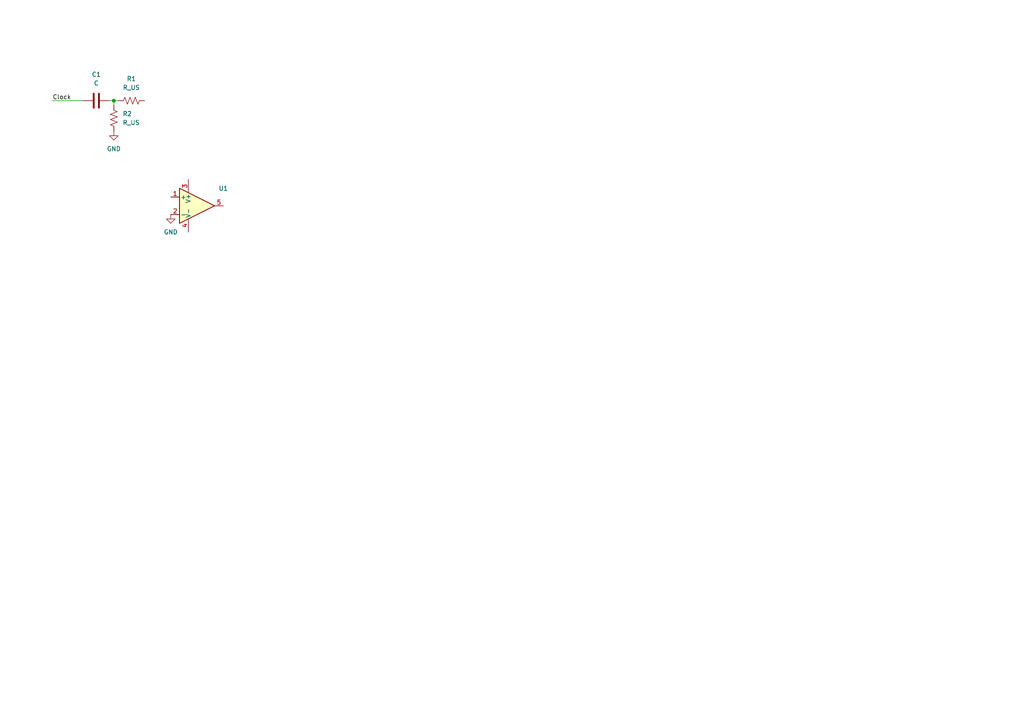
<source format=kicad_sch>
(kicad_sch (version 20231120) (generator "eeschema") (generator_version "8.0")
  (paper "A4")
  (lib_symbols
    (symbol "Device:C" (pin_numbers hide) (pin_names (offset 0.254))
      (property "Reference" "C" (at 0.635 2.54 0))
      (property "Value" "C" (at 0.635 -2.54 0))
      (symbol "C_0_1"
        (polyline (pts (xy -2.032 -0.762) (xy 2.032 -0.762)) (stroke (width 0.508)))
        (polyline (pts (xy -2.032 0.762) (xy 2.032 0.762)) (stroke (width 0.508)))
      )
      (symbol "C_1_1"
        (pin passive line (at 0 3.81 270) (length 2.794) (name "~") (number "1"))
        (pin passive line (at 0 -3.81 90) (length 2.794) (name "~") (number "2"))
      )
    )
    (symbol "Device:R_US" (pin_numbers hide) (pin_names (offset 0))
      (property "Reference" "R" (at 2.54 0 90))
      (property "Value" "R_US" (at -2.54 0 90))
      (symbol "R_US_0_1"
        (polyline (pts (xy 0 -2.286) (xy 0 -2.54)))
        (polyline (pts (xy 0 2.286) (xy 0 2.54)))
        (polyline (pts (xy 0 -0.762) (xy 1.016 -1.143) (xy 0 -1.524) (xy -1.016 -1.905) (xy 0 -2.286)))
        (polyline (pts (xy 0 0.762) (xy 1.016 0.381) (xy 0 0) (xy -1.016 -0.381) (xy 0 -0.762)))
        (polyline (pts (xy 0 2.286) (xy 1.016 1.905) (xy 0 1.524) (xy -1.016 1.143) (xy 0 0.762)))
      )
      (symbol "R_US_1_1"
        (pin passive line (at 0 3.81 270) (length 1.27) (name "~") (number "1"))
        (pin passive line (at 0 -3.81 90) (length 1.27) (name "~") (number "2"))
      )
    )
    (symbol "Simulation_SPICE:OPAMP" (pin_names (offset 0.254))
      (property "Reference" "U" (at 3.81 3.175 0))
      (property "Value" "${SIM.PARAMS}" (at 3.81 -3.175 0))
      (symbol "OPAMP_0_1"
        (polyline (pts (xy 5.08 0) (xy -5.08 5.08) (xy -5.08 -5.08) (xy 5.08 0)) (stroke (width 0.254)) (fill (type background)))
      )
      (symbol "OPAMP_1_1"
        (pin input line (at -7.62 2.54 0) (length 2.54) (name "+") (number "1"))
        (pin input line (at -7.62 -2.54 0) (length 2.54) (name "-") (number "2"))
        (pin power_in line (at -2.54 7.62 270) (length 3.81) (name "V+") (number "3"))
        (pin power_in line (at -2.54 -7.62 90) (length 3.81) (name "V-") (number "4"))
        (pin output line (at 7.62 0 180) (length 2.54) (name "~") (number "5"))
      )
    )
    (symbol "power:GND" (power) (pin_numbers hide) (pin_names (offset 0) hide)
      (property "Value" "GND" (at 0 -3.81 0))
      (symbol "GND_0_1"
        (polyline (pts (xy 0 0) (xy 0 -1.27) (xy 1.27 -1.27) (xy 0 -2.54) (xy -1.27 -1.27) (xy 0 -1.27)))
      )
      (symbol "GND_1_1"
        (pin power_in line (at 0 0 270) (length 0) (name "~") (number "1"))
      )
    )
  )
  (junction (at 33.02 29.21))
  (wire (pts (xy 33.02 29.21) (xy 34.29 29.21)))
  (wire (pts (xy 31.75 29.21) (xy 33.02 29.21)))
  (wire (pts (xy 15.24 29.21) (xy 24.13 29.21)))
  (wire (pts (xy 33.02 29.21) (xy 33.02 30.48)))
  (label "Clock" (at 15.24 29.21 0))
  (symbol (lib_id "Device:C") (at 27.94 29.21 90) (unit 1)
    (property "Reference" "C1" (at 27.94 21.59 90))
    (property "Value" "C" (at 27.94 24.13 90))
    (property "Description" "Unpolarized capacitor" (effects (hide yes)))
  )
  (symbol (lib_id "Simulation_SPICE:OPAMP") (at 57.15 59.69 0) (unit 1)
    (property "Reference" "U1" (at 64.77 54.6414 0))
    (property "Value" "${SIM.PARAMS}" (at 64.77 56.5465 0))
    (property "Datasheet" "https://ngspice.sourceforge.io/docs/ngspice-html-manual/manual.xhtml#sec__SUBCKT_Subcircuits" (effects (hide yes)))
    (property "Description" "Operational amplifier, single, node sequence=1:+ 2:- 3:OUT 4:V+ 5:V-" (effects (hide yes)))
    (property "Sim.Pins" "1=in+ 2=in- 3=vcc 4=vee 5=out" (effects (hide yes)))
    (property "Sim.Device" "SUBCKT" (effects (hide yes)))
    (property "Sim.Library" "${KICAD7_SYMBOL_DIR}/Simulation_SPICE.sp" (effects (hide yes)))
    (property "Sim.Name" "kicad_builtin_opamp" (effects (hide yes)))
  )
  (symbol (lib_id "Device:R_US") (at 33.02 34.29 180) (unit 1)
    (property "Reference" "R2" (at 35.56 33.0199 0) (effects (justify right)))
    (property "Value" "R_US" (at 35.56 35.5599 0) (effects (justify right)))
    (property "Description" "Resistor, US symbol" (effects (hide yes)))
  )
  (symbol (lib_id "Device:R_US") (at 38.1 29.21 90) (unit 1)
    (property "Reference" "R1" (at 38.1 22.86 90))
    (property "Value" "R_US" (at 38.1 25.4 90))
    (property "Description" "Resistor, US symbol" (effects (hide yes)))
  )
  (symbol (lib_id "power:GND") (at 33.02 38.1 0) (unit 1)
    (property "Reference" "#PWR01" (effects (hide yes)))
    (property "Value" "GND" (at 33.02 43.18 0))
    (property "Description" "Power symbol creates a global label with name \"GND\" , ground" (effects (hide yes)))
  )
  (symbol (lib_id "power:GND") (at 49.53 62.23 0) (unit 1)
    (property "Reference" "#PWR02" (effects (hide yes)))
    (property "Value" "GND" (at 49.53 67.31 0))
    (property "Description" "Power symbol creates a global label with name \"GND\" , ground" (effects (hide yes)))
  )
)
</source>
